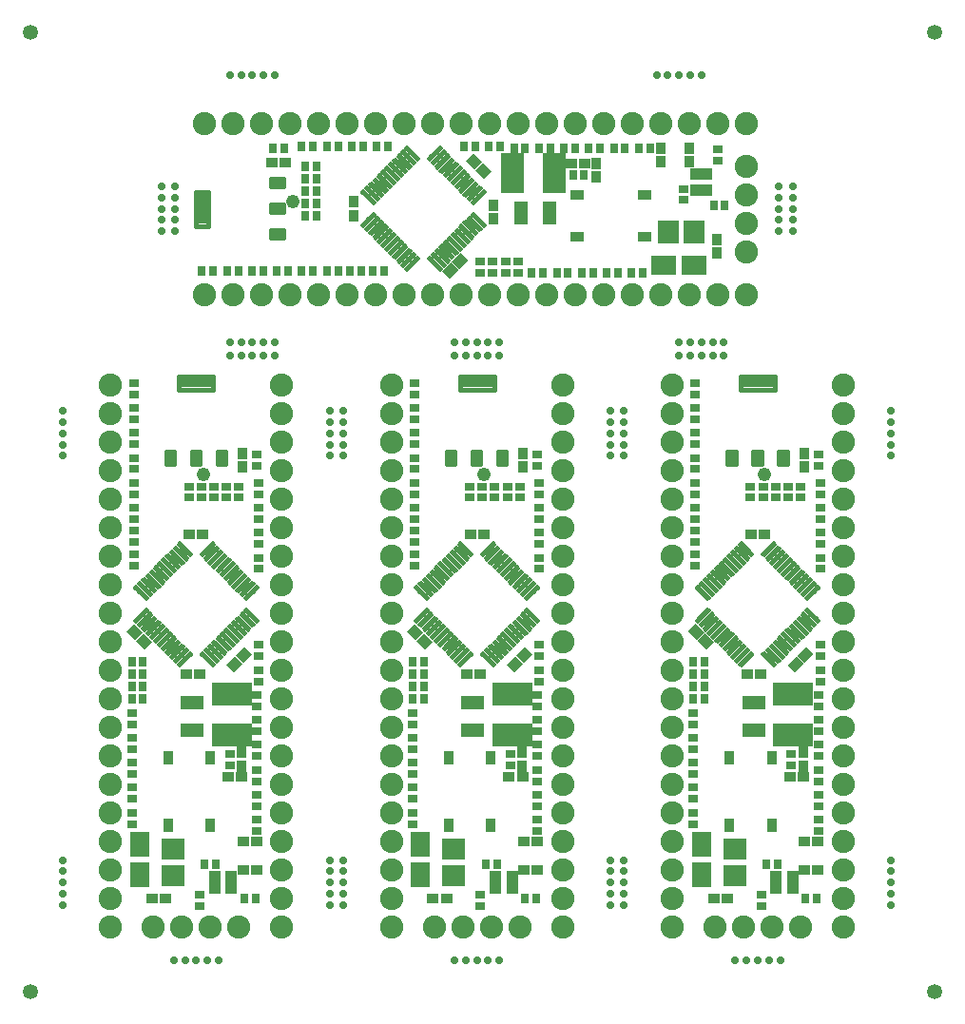
<source format=gbr>
G04 EAGLE Gerber RS-274X export*
G75*
%MOMM*%
%FSLAX34Y34*%
%LPD*%
%INSoldermask Top*%
%IPPOS*%
%AMOC8*
5,1,8,0,0,1.08239X$1,22.5*%
G01*
%ADD10C,1.350000*%
%ADD11C,0.700000*%
%ADD12C,2.072637*%
%ADD13C,0.340800*%
%ADD14R,0.900000X0.800000*%
%ADD15R,0.800000X0.900000*%
%ADD16C,0.339000*%
%ADD17C,0.455878*%
%ADD18R,0.950000X1.200000*%
%ADD19R,0.940000X1.125000*%
%ADD20R,2.110000X1.860000*%
%ADD21R,1.800000X2.250000*%
%ADD22R,1.125000X0.940000*%
%ADD23R,2.000000X1.200000*%
%ADD24R,3.640000X2.040000*%
%ADD25R,1.000000X1.000000*%
%ADD26R,1.200000X0.950000*%
%ADD27R,1.860000X2.110000*%
%ADD28R,2.250000X1.800000*%
%ADD29R,1.200000X2.000000*%
%ADD30R,2.040000X3.640000*%
%ADD31C,1.224000*%


D10*
X772500Y822500D03*
X-32500Y822500D03*
X-32500Y-32500D03*
X772500Y-32500D03*
D11*
X-4000Y445000D03*
X-4000Y455000D03*
X-4000Y465000D03*
X-4000Y475000D03*
X-4000Y485000D03*
X-4000Y45000D03*
X-4000Y55000D03*
X-4000Y65000D03*
X-4000Y75000D03*
X-4000Y85000D03*
X145000Y784000D03*
X155000Y784000D03*
X165000Y784000D03*
X175000Y784000D03*
X185000Y784000D03*
X525000Y784000D03*
X535000Y784000D03*
X545000Y784000D03*
X555000Y784000D03*
X565000Y784000D03*
X734000Y485000D03*
X734000Y475000D03*
X734000Y465000D03*
X734000Y455000D03*
X734000Y445000D03*
X734000Y85000D03*
X734000Y75000D03*
X734000Y65000D03*
X734000Y55000D03*
X734000Y45000D03*
X635000Y-4000D03*
X625000Y-4000D03*
X615000Y-4000D03*
X605000Y-4000D03*
X595000Y-4000D03*
X385000Y-4000D03*
X375000Y-4000D03*
X365000Y-4000D03*
X355000Y-4000D03*
X345000Y-4000D03*
X135000Y-4000D03*
X125000Y-4000D03*
X115000Y-4000D03*
X105000Y-4000D03*
X95000Y-4000D03*
X345000Y534000D03*
X355000Y534000D03*
X365000Y534000D03*
X375000Y534000D03*
X385000Y534000D03*
X345000Y546000D03*
X355000Y546000D03*
X365000Y546000D03*
X375000Y546000D03*
X385000Y546000D03*
X145000Y534000D03*
X155000Y534000D03*
X165000Y534000D03*
X175000Y534000D03*
X185000Y534000D03*
X145000Y546000D03*
X155000Y546000D03*
X165000Y546000D03*
X175000Y546000D03*
X185000Y546000D03*
X545000Y534000D03*
X555000Y534000D03*
X565000Y534000D03*
X575000Y534000D03*
X585000Y534000D03*
X545000Y546000D03*
X555000Y546000D03*
X565000Y546000D03*
X575000Y546000D03*
X585000Y546000D03*
X246000Y445000D03*
X246000Y455000D03*
X246000Y465000D03*
X246000Y475000D03*
X246000Y485000D03*
X234000Y445000D03*
X234000Y455000D03*
X234000Y465000D03*
X234000Y475000D03*
X234000Y485000D03*
X496000Y445000D03*
X496000Y455000D03*
X496000Y465000D03*
X496000Y475000D03*
X496000Y485000D03*
X484000Y445000D03*
X484000Y455000D03*
X484000Y465000D03*
X484000Y475000D03*
X484000Y485000D03*
X246000Y45000D03*
X246000Y55000D03*
X246000Y65000D03*
X246000Y75000D03*
X246000Y85000D03*
X234000Y45000D03*
X234000Y55000D03*
X234000Y65000D03*
X234000Y75000D03*
X234000Y85000D03*
X496000Y45000D03*
X496000Y55000D03*
X496000Y65000D03*
X496000Y75000D03*
X496000Y85000D03*
X484000Y45000D03*
X484000Y55000D03*
X484000Y65000D03*
X484000Y75000D03*
X484000Y85000D03*
X646000Y645000D03*
X646000Y655000D03*
X646000Y665000D03*
X646000Y675000D03*
X646000Y685000D03*
X634000Y645000D03*
X634000Y655000D03*
X634000Y665000D03*
X634000Y675000D03*
X634000Y685000D03*
X96000Y645000D03*
X96000Y655000D03*
X96000Y665000D03*
X96000Y675000D03*
X96000Y685000D03*
X84000Y645000D03*
X84000Y655000D03*
X84000Y665000D03*
X84000Y675000D03*
X84000Y685000D03*
D12*
X38811Y25400D03*
X38811Y50800D03*
X38811Y76200D03*
X38811Y101600D03*
X38811Y127000D03*
X38811Y152400D03*
X38811Y177800D03*
X38811Y203200D03*
X38811Y228600D03*
X38811Y254000D03*
X38811Y279400D03*
X38811Y304800D03*
X38811Y330200D03*
X38811Y355600D03*
X38811Y381000D03*
X38811Y406400D03*
X38811Y431800D03*
X38811Y457200D03*
X38811Y482600D03*
X38811Y508000D03*
X191211Y25400D03*
X191211Y50800D03*
X191211Y76200D03*
X191211Y101600D03*
X191211Y127000D03*
X191211Y152400D03*
X191211Y177800D03*
X191211Y203200D03*
X191211Y228600D03*
X191211Y254000D03*
X191211Y279400D03*
X191211Y304800D03*
X191211Y330200D03*
X191211Y355600D03*
X191211Y381000D03*
X191211Y406400D03*
X191211Y431800D03*
X191211Y457200D03*
X191211Y482600D03*
X191211Y508000D03*
X76911Y25400D03*
X102311Y25400D03*
X127711Y25400D03*
X153111Y25400D03*
D13*
X119614Y268148D02*
X120598Y269132D01*
X130632Y259098D01*
X129648Y258114D01*
X119614Y268148D01*
X126410Y261352D02*
X128378Y261352D01*
X125140Y264590D02*
X123172Y264590D01*
X121902Y267828D02*
X119934Y267828D01*
X123149Y271683D02*
X124133Y272667D01*
X134167Y262633D01*
X133183Y261649D01*
X123149Y271683D01*
X129945Y264887D02*
X131913Y264887D01*
X128675Y268125D02*
X126707Y268125D01*
X125437Y271363D02*
X123469Y271363D01*
X126685Y275219D02*
X127669Y276203D01*
X137703Y266169D01*
X136719Y265185D01*
X126685Y275219D01*
X133481Y268423D02*
X135449Y268423D01*
X132211Y271661D02*
X130243Y271661D01*
X128973Y274899D02*
X127005Y274899D01*
X130220Y278754D02*
X131204Y279738D01*
X141238Y269704D01*
X140254Y268720D01*
X130220Y278754D01*
X137016Y271958D02*
X138984Y271958D01*
X135746Y275196D02*
X133778Y275196D01*
X132508Y278434D02*
X130540Y278434D01*
X133756Y282290D02*
X134740Y283274D01*
X144774Y273240D01*
X143790Y272256D01*
X133756Y282290D01*
X140552Y275494D02*
X142520Y275494D01*
X139282Y278732D02*
X137314Y278732D01*
X136044Y281970D02*
X134076Y281970D01*
X137291Y285825D02*
X138275Y286809D01*
X148309Y276775D01*
X147325Y275791D01*
X137291Y285825D01*
X144087Y279029D02*
X146055Y279029D01*
X142817Y282267D02*
X140849Y282267D01*
X139579Y285505D02*
X137611Y285505D01*
X140827Y289361D02*
X141811Y290345D01*
X151845Y280311D01*
X150861Y279327D01*
X140827Y289361D01*
X147623Y282565D02*
X149591Y282565D01*
X146353Y285803D02*
X144385Y285803D01*
X143115Y289041D02*
X141147Y289041D01*
X144363Y292896D02*
X145347Y293880D01*
X155381Y283846D01*
X154397Y282862D01*
X144363Y292896D01*
X151159Y286100D02*
X153127Y286100D01*
X149889Y289338D02*
X147921Y289338D01*
X146651Y292576D02*
X144683Y292576D01*
X147898Y296432D02*
X148882Y297416D01*
X158916Y287382D01*
X157932Y286398D01*
X147898Y296432D01*
X154694Y289636D02*
X156662Y289636D01*
X153424Y292874D02*
X151456Y292874D01*
X150186Y296112D02*
X148218Y296112D01*
X151434Y299967D02*
X152418Y300951D01*
X162452Y290917D01*
X161468Y289933D01*
X151434Y299967D01*
X158230Y293171D02*
X160198Y293171D01*
X156960Y296409D02*
X154992Y296409D01*
X153722Y299647D02*
X151754Y299647D01*
X154969Y303503D02*
X155953Y304487D01*
X165987Y294453D01*
X165003Y293469D01*
X154969Y303503D01*
X161765Y296707D02*
X163733Y296707D01*
X160495Y299945D02*
X158527Y299945D01*
X157257Y303183D02*
X155289Y303183D01*
X158505Y307038D02*
X159489Y308022D01*
X169523Y297988D01*
X168539Y297004D01*
X158505Y307038D01*
X165301Y300242D02*
X167269Y300242D01*
X164031Y303480D02*
X162063Y303480D01*
X160793Y306718D02*
X158825Y306718D01*
X169523Y327262D02*
X168539Y328246D01*
X169523Y327262D02*
X159489Y317228D01*
X158505Y318212D01*
X168539Y328246D01*
X162727Y320466D02*
X160759Y320466D01*
X163997Y323704D02*
X165965Y323704D01*
X167235Y326942D02*
X169203Y326942D01*
X165987Y330797D02*
X165003Y331781D01*
X165987Y330797D02*
X155953Y320763D01*
X154969Y321747D01*
X165003Y331781D01*
X159191Y324001D02*
X157223Y324001D01*
X160461Y327239D02*
X162429Y327239D01*
X163699Y330477D02*
X165667Y330477D01*
X162452Y334333D02*
X161468Y335317D01*
X162452Y334333D02*
X152418Y324299D01*
X151434Y325283D01*
X161468Y335317D01*
X155656Y327537D02*
X153688Y327537D01*
X156926Y330775D02*
X158894Y330775D01*
X160164Y334013D02*
X162132Y334013D01*
X158916Y337868D02*
X157932Y338852D01*
X158916Y337868D02*
X148882Y327834D01*
X147898Y328818D01*
X157932Y338852D01*
X152120Y331072D02*
X150152Y331072D01*
X153390Y334310D02*
X155358Y334310D01*
X156628Y337548D02*
X158596Y337548D01*
X155381Y341404D02*
X154397Y342388D01*
X155381Y341404D02*
X145347Y331370D01*
X144363Y332354D01*
X154397Y342388D01*
X148585Y334608D02*
X146617Y334608D01*
X149855Y337846D02*
X151823Y337846D01*
X153093Y341084D02*
X155061Y341084D01*
X151845Y344939D02*
X150861Y345923D01*
X151845Y344939D02*
X141811Y334905D01*
X140827Y335889D01*
X150861Y345923D01*
X145049Y338143D02*
X143081Y338143D01*
X146319Y341381D02*
X148287Y341381D01*
X149557Y344619D02*
X151525Y344619D01*
X148309Y348475D02*
X147325Y349459D01*
X148309Y348475D02*
X138275Y338441D01*
X137291Y339425D01*
X147325Y349459D01*
X141513Y341679D02*
X139545Y341679D01*
X142783Y344917D02*
X144751Y344917D01*
X146021Y348155D02*
X147989Y348155D01*
X144774Y352010D02*
X143790Y352994D01*
X144774Y352010D02*
X134740Y341976D01*
X133756Y342960D01*
X143790Y352994D01*
X137978Y345214D02*
X136010Y345214D01*
X139248Y348452D02*
X141216Y348452D01*
X142486Y351690D02*
X144454Y351690D01*
X141238Y355546D02*
X140254Y356530D01*
X141238Y355546D02*
X131204Y345512D01*
X130220Y346496D01*
X140254Y356530D01*
X134442Y348750D02*
X132474Y348750D01*
X135712Y351988D02*
X137680Y351988D01*
X138950Y355226D02*
X140918Y355226D01*
X137703Y359081D02*
X136719Y360065D01*
X137703Y359081D02*
X127669Y349047D01*
X126685Y350031D01*
X136719Y360065D01*
X130907Y352285D02*
X128939Y352285D01*
X132177Y355523D02*
X134145Y355523D01*
X135415Y358761D02*
X137383Y358761D01*
X134167Y362617D02*
X133183Y363601D01*
X134167Y362617D02*
X124133Y352583D01*
X123149Y353567D01*
X133183Y363601D01*
X127371Y355821D02*
X125403Y355821D01*
X128641Y359059D02*
X130609Y359059D01*
X131879Y362297D02*
X133847Y362297D01*
X130632Y366152D02*
X129648Y367136D01*
X130632Y366152D02*
X120598Y356118D01*
X119614Y357102D01*
X129648Y367136D01*
X123836Y359356D02*
X121868Y359356D01*
X125106Y362594D02*
X127074Y362594D01*
X128344Y365832D02*
X130312Y365832D01*
X100375Y367136D02*
X99391Y366152D01*
X100375Y367136D02*
X110409Y357102D01*
X109425Y356118D01*
X99391Y366152D01*
X106187Y359356D02*
X108155Y359356D01*
X104917Y362594D02*
X102949Y362594D01*
X101679Y365832D02*
X99711Y365832D01*
X96839Y363601D02*
X95855Y362617D01*
X96839Y363601D02*
X106873Y353567D01*
X105889Y352583D01*
X95855Y362617D01*
X102651Y355821D02*
X104619Y355821D01*
X101381Y359059D02*
X99413Y359059D01*
X98143Y362297D02*
X96175Y362297D01*
X93303Y360065D02*
X92319Y359081D01*
X93303Y360065D02*
X103337Y350031D01*
X102353Y349047D01*
X92319Y359081D01*
X99115Y352285D02*
X101083Y352285D01*
X97845Y355523D02*
X95877Y355523D01*
X94607Y358761D02*
X92639Y358761D01*
X89768Y356530D02*
X88784Y355546D01*
X89768Y356530D02*
X99802Y346496D01*
X98818Y345512D01*
X88784Y355546D01*
X95580Y348750D02*
X97548Y348750D01*
X94310Y351988D02*
X92342Y351988D01*
X91072Y355226D02*
X89104Y355226D01*
X86232Y352994D02*
X85248Y352010D01*
X86232Y352994D02*
X96266Y342960D01*
X95282Y341976D01*
X85248Y352010D01*
X92044Y345214D02*
X94012Y345214D01*
X90774Y348452D02*
X88806Y348452D01*
X87536Y351690D02*
X85568Y351690D01*
X82697Y349459D02*
X81713Y348475D01*
X82697Y349459D02*
X92731Y339425D01*
X91747Y338441D01*
X81713Y348475D01*
X88509Y341679D02*
X90477Y341679D01*
X87239Y344917D02*
X85271Y344917D01*
X84001Y348155D02*
X82033Y348155D01*
X79161Y345923D02*
X78177Y344939D01*
X79161Y345923D02*
X89195Y335889D01*
X88211Y334905D01*
X78177Y344939D01*
X84973Y338143D02*
X86941Y338143D01*
X83703Y341381D02*
X81735Y341381D01*
X80465Y344619D02*
X78497Y344619D01*
X75626Y342388D02*
X74642Y341404D01*
X75626Y342388D02*
X85660Y332354D01*
X84676Y331370D01*
X74642Y341404D01*
X81438Y334608D02*
X83406Y334608D01*
X80168Y337846D02*
X78200Y337846D01*
X76930Y341084D02*
X74962Y341084D01*
X72090Y338852D02*
X71106Y337868D01*
X72090Y338852D02*
X82124Y328818D01*
X81140Y327834D01*
X71106Y337868D01*
X77902Y331072D02*
X79870Y331072D01*
X76632Y334310D02*
X74664Y334310D01*
X73394Y337548D02*
X71426Y337548D01*
X68555Y335317D02*
X67571Y334333D01*
X68555Y335317D02*
X78589Y325283D01*
X77605Y324299D01*
X67571Y334333D01*
X74367Y327537D02*
X76335Y327537D01*
X73097Y330775D02*
X71129Y330775D01*
X69859Y334013D02*
X67891Y334013D01*
X65019Y331781D02*
X64035Y330797D01*
X65019Y331781D02*
X75053Y321747D01*
X74069Y320763D01*
X64035Y330797D01*
X70831Y324001D02*
X72799Y324001D01*
X69561Y327239D02*
X67593Y327239D01*
X66323Y330477D02*
X64355Y330477D01*
X61484Y328246D02*
X60500Y327262D01*
X61484Y328246D02*
X71518Y318212D01*
X70534Y317228D01*
X60500Y327262D01*
X67296Y320466D02*
X69264Y320466D01*
X66026Y323704D02*
X64058Y323704D01*
X62788Y326942D02*
X60820Y326942D01*
X70534Y308022D02*
X71518Y307038D01*
X61484Y297004D01*
X60500Y297988D01*
X70534Y308022D01*
X64722Y300242D02*
X62754Y300242D01*
X65992Y303480D02*
X67960Y303480D01*
X69230Y306718D02*
X71198Y306718D01*
X74069Y304487D02*
X75053Y303503D01*
X65019Y293469D01*
X64035Y294453D01*
X74069Y304487D01*
X68257Y296707D02*
X66289Y296707D01*
X69527Y299945D02*
X71495Y299945D01*
X72765Y303183D02*
X74733Y303183D01*
X77605Y300951D02*
X78589Y299967D01*
X68555Y289933D01*
X67571Y290917D01*
X77605Y300951D01*
X71793Y293171D02*
X69825Y293171D01*
X73063Y296409D02*
X75031Y296409D01*
X76301Y299647D02*
X78269Y299647D01*
X81140Y297416D02*
X82124Y296432D01*
X72090Y286398D01*
X71106Y287382D01*
X81140Y297416D01*
X75328Y289636D02*
X73360Y289636D01*
X76598Y292874D02*
X78566Y292874D01*
X79836Y296112D02*
X81804Y296112D01*
X84676Y293880D02*
X85660Y292896D01*
X75626Y282862D01*
X74642Y283846D01*
X84676Y293880D01*
X78864Y286100D02*
X76896Y286100D01*
X80134Y289338D02*
X82102Y289338D01*
X83372Y292576D02*
X85340Y292576D01*
X88211Y290345D02*
X89195Y289361D01*
X79161Y279327D01*
X78177Y280311D01*
X88211Y290345D01*
X82399Y282565D02*
X80431Y282565D01*
X83669Y285803D02*
X85637Y285803D01*
X86907Y289041D02*
X88875Y289041D01*
X91747Y286809D02*
X92731Y285825D01*
X82697Y275791D01*
X81713Y276775D01*
X91747Y286809D01*
X85935Y279029D02*
X83967Y279029D01*
X87205Y282267D02*
X89173Y282267D01*
X90443Y285505D02*
X92411Y285505D01*
X95282Y283274D02*
X96266Y282290D01*
X86232Y272256D01*
X85248Y273240D01*
X95282Y283274D01*
X89470Y275494D02*
X87502Y275494D01*
X90740Y278732D02*
X92708Y278732D01*
X93978Y281970D02*
X95946Y281970D01*
X98818Y279738D02*
X99802Y278754D01*
X89768Y268720D01*
X88784Y269704D01*
X98818Y279738D01*
X93006Y271958D02*
X91038Y271958D01*
X94276Y275196D02*
X96244Y275196D01*
X97514Y278434D02*
X99482Y278434D01*
X102353Y276203D02*
X103337Y275219D01*
X93303Y265185D01*
X92319Y266169D01*
X102353Y276203D01*
X96541Y268423D02*
X94573Y268423D01*
X97811Y271661D02*
X99779Y271661D01*
X101049Y274899D02*
X103017Y274899D01*
X105889Y272667D02*
X106873Y271683D01*
X96839Y261649D01*
X95855Y262633D01*
X105889Y272667D01*
X100077Y264887D02*
X98109Y264887D01*
X101347Y268125D02*
X103315Y268125D01*
X104585Y271363D02*
X106553Y271363D01*
X109425Y269132D02*
X110409Y268148D01*
X100375Y258114D01*
X99391Y259098D01*
X109425Y269132D01*
X103613Y261352D02*
X101645Y261352D01*
X104883Y264590D02*
X106851Y264590D01*
X108121Y267828D02*
X110089Y267828D01*
D14*
X170574Y354250D03*
X170574Y344250D03*
X170574Y376475D03*
X170574Y366475D03*
D15*
X67624Y239713D03*
X57624Y239713D03*
X67624Y228600D03*
X57624Y228600D03*
D14*
X57861Y216138D03*
X57861Y206138D03*
X57861Y193913D03*
X57861Y183913D03*
X57861Y171688D03*
X57861Y161688D03*
X57861Y149463D03*
X57861Y139463D03*
X57861Y127238D03*
X57861Y117238D03*
X170574Y398700D03*
X170574Y388700D03*
X170574Y410925D03*
X170574Y420925D03*
X59449Y499825D03*
X59449Y509825D03*
X59449Y477600D03*
X59449Y487600D03*
X59449Y455375D03*
X59449Y465375D03*
X59449Y433150D03*
X59449Y443150D03*
X168986Y110888D03*
X168986Y120888D03*
X168986Y133113D03*
X168986Y143113D03*
X168986Y155338D03*
X168986Y165338D03*
X168986Y177563D03*
X168986Y187563D03*
X168986Y199788D03*
X168986Y209788D03*
X168986Y232013D03*
X168986Y222013D03*
X170574Y254238D03*
X170574Y244238D03*
X170574Y276463D03*
X170574Y266463D03*
X59449Y420925D03*
X59449Y410925D03*
X59449Y388700D03*
X59449Y398700D03*
X59449Y368063D03*
X59449Y378063D03*
X59449Y347425D03*
X59449Y357425D03*
D15*
X57624Y261938D03*
X67624Y261938D03*
D14*
X118186Y44213D03*
X118186Y54213D03*
D15*
X57624Y250825D03*
X67624Y250825D03*
D16*
X88156Y436945D02*
X96066Y436945D01*
X88156Y436945D02*
X88156Y448655D01*
X96066Y448655D01*
X96066Y436945D01*
X96066Y440165D02*
X88156Y440165D01*
X88156Y443385D02*
X96066Y443385D01*
X96066Y446605D02*
X88156Y446605D01*
X111056Y436945D02*
X118966Y436945D01*
X111056Y436945D02*
X111056Y448655D01*
X118966Y448655D01*
X118966Y436945D01*
X118966Y440165D02*
X111056Y440165D01*
X111056Y443385D02*
X118966Y443385D01*
X118966Y446605D02*
X111056Y446605D01*
X133956Y436945D02*
X141866Y436945D01*
X133956Y436945D02*
X133956Y448655D01*
X141866Y448655D01*
X141866Y436945D01*
X141866Y440165D02*
X133956Y440165D01*
X133956Y443385D02*
X141866Y443385D01*
X141866Y446605D02*
X133956Y446605D01*
D17*
X130242Y504119D02*
X99780Y504119D01*
X99780Y515281D01*
X130242Y515281D01*
X130242Y504119D01*
X130242Y508450D02*
X99780Y508450D01*
X99780Y512781D02*
X130242Y512781D01*
D14*
X130886Y407750D03*
X130886Y417750D03*
X153111Y417750D03*
X153111Y407750D03*
D18*
X89911Y176050D03*
X89911Y116050D03*
X127411Y116050D03*
X127411Y176050D03*
D19*
X156286Y435325D03*
X156286Y447325D03*
D14*
X168986Y446325D03*
X168986Y436325D03*
D20*
X94374Y71435D03*
X94374Y94935D03*
D21*
X64846Y99158D03*
X64846Y71658D03*
D14*
X141999Y407750D03*
X141999Y417750D03*
X119774Y407750D03*
X119774Y417750D03*
X108661Y407750D03*
X108661Y417750D03*
D22*
X121011Y374650D03*
X109011Y374650D03*
X106027Y250571D03*
X118027Y250571D03*
G36*
X156169Y259936D02*
X148215Y251982D01*
X141569Y258628D01*
X149523Y266582D01*
X156169Y259936D01*
G37*
G36*
X164654Y268422D02*
X156700Y260468D01*
X150054Y267114D01*
X158008Y275068D01*
X164654Y268422D01*
G37*
G36*
X67800Y287220D02*
X75754Y279266D01*
X69108Y272620D01*
X61154Y280574D01*
X67800Y287220D01*
G37*
G36*
X59315Y295705D02*
X67269Y287751D01*
X60623Y281105D01*
X52669Y289059D01*
X59315Y295705D01*
G37*
X75801Y51181D03*
X87801Y51181D03*
X155555Y159068D03*
X143555Y159068D03*
D23*
X111455Y200416D03*
X111455Y225416D03*
D24*
X146825Y196003D03*
X146825Y233003D03*
D19*
X155397Y180879D03*
X155397Y168879D03*
D14*
X144793Y179498D03*
X144793Y169498D03*
D22*
X168636Y76200D03*
X156636Y76200D03*
X156636Y101600D03*
X168636Y101600D03*
D25*
X146324Y69850D03*
X131324Y69850D03*
X146324Y60325D03*
X131324Y60325D03*
D15*
X132711Y80963D03*
X122711Y80963D03*
X167636Y50800D03*
X157636Y50800D03*
D12*
X288823Y25400D03*
X288823Y50800D03*
X288823Y76200D03*
X288823Y101600D03*
X288823Y127000D03*
X288823Y152400D03*
X288823Y177800D03*
X288823Y203200D03*
X288823Y228600D03*
X288823Y254000D03*
X288823Y279400D03*
X288823Y304800D03*
X288823Y330200D03*
X288823Y355600D03*
X288823Y381000D03*
X288823Y406400D03*
X288823Y431800D03*
X288823Y457200D03*
X288823Y482600D03*
X288823Y508000D03*
X441223Y25400D03*
X441223Y50800D03*
X441223Y76200D03*
X441223Y101600D03*
X441223Y127000D03*
X441223Y152400D03*
X441223Y177800D03*
X441223Y203200D03*
X441223Y228600D03*
X441223Y254000D03*
X441223Y279400D03*
X441223Y304800D03*
X441223Y330200D03*
X441223Y355600D03*
X441223Y381000D03*
X441223Y406400D03*
X441223Y431800D03*
X441223Y457200D03*
X441223Y482600D03*
X441223Y508000D03*
X326923Y25400D03*
X352323Y25400D03*
X377723Y25400D03*
X403123Y25400D03*
D13*
X369626Y268148D02*
X370610Y269132D01*
X380644Y259098D01*
X379660Y258114D01*
X369626Y268148D01*
X376422Y261352D02*
X378390Y261352D01*
X375152Y264590D02*
X373184Y264590D01*
X371914Y267828D02*
X369946Y267828D01*
X373162Y271683D02*
X374146Y272667D01*
X384180Y262633D01*
X383196Y261649D01*
X373162Y271683D01*
X379958Y264887D02*
X381926Y264887D01*
X378688Y268125D02*
X376720Y268125D01*
X375450Y271363D02*
X373482Y271363D01*
X376697Y275219D02*
X377681Y276203D01*
X387715Y266169D01*
X386731Y265185D01*
X376697Y275219D01*
X383493Y268423D02*
X385461Y268423D01*
X382223Y271661D02*
X380255Y271661D01*
X378985Y274899D02*
X377017Y274899D01*
X380233Y278754D02*
X381217Y279738D01*
X391251Y269704D01*
X390267Y268720D01*
X380233Y278754D01*
X387029Y271958D02*
X388997Y271958D01*
X385759Y275196D02*
X383791Y275196D01*
X382521Y278434D02*
X380553Y278434D01*
X383768Y282290D02*
X384752Y283274D01*
X394786Y273240D01*
X393802Y272256D01*
X383768Y282290D01*
X390564Y275494D02*
X392532Y275494D01*
X389294Y278732D02*
X387326Y278732D01*
X386056Y281970D02*
X384088Y281970D01*
X387304Y285825D02*
X388288Y286809D01*
X398322Y276775D01*
X397338Y275791D01*
X387304Y285825D01*
X394100Y279029D02*
X396068Y279029D01*
X392830Y282267D02*
X390862Y282267D01*
X389592Y285505D02*
X387624Y285505D01*
X390839Y289361D02*
X391823Y290345D01*
X401857Y280311D01*
X400873Y279327D01*
X390839Y289361D01*
X397635Y282565D02*
X399603Y282565D01*
X396365Y285803D02*
X394397Y285803D01*
X393127Y289041D02*
X391159Y289041D01*
X394375Y292896D02*
X395359Y293880D01*
X405393Y283846D01*
X404409Y282862D01*
X394375Y292896D01*
X401171Y286100D02*
X403139Y286100D01*
X399901Y289338D02*
X397933Y289338D01*
X396663Y292576D02*
X394695Y292576D01*
X397910Y296432D02*
X398894Y297416D01*
X408928Y287382D01*
X407944Y286398D01*
X397910Y296432D01*
X404706Y289636D02*
X406674Y289636D01*
X403436Y292874D02*
X401468Y292874D01*
X400198Y296112D02*
X398230Y296112D01*
X401446Y299967D02*
X402430Y300951D01*
X412464Y290917D01*
X411480Y289933D01*
X401446Y299967D01*
X408242Y293171D02*
X410210Y293171D01*
X406972Y296409D02*
X405004Y296409D01*
X403734Y299647D02*
X401766Y299647D01*
X404981Y303503D02*
X405965Y304487D01*
X415999Y294453D01*
X415015Y293469D01*
X404981Y303503D01*
X411777Y296707D02*
X413745Y296707D01*
X410507Y299945D02*
X408539Y299945D01*
X407269Y303183D02*
X405301Y303183D01*
X408517Y307038D02*
X409501Y308022D01*
X419535Y297988D01*
X418551Y297004D01*
X408517Y307038D01*
X415313Y300242D02*
X417281Y300242D01*
X414043Y303480D02*
X412075Y303480D01*
X410805Y306718D02*
X408837Y306718D01*
X419535Y327262D02*
X418551Y328246D01*
X419535Y327262D02*
X409501Y317228D01*
X408517Y318212D01*
X418551Y328246D01*
X412739Y320466D02*
X410771Y320466D01*
X414009Y323704D02*
X415977Y323704D01*
X417247Y326942D02*
X419215Y326942D01*
X415999Y330797D02*
X415015Y331781D01*
X415999Y330797D02*
X405965Y320763D01*
X404981Y321747D01*
X415015Y331781D01*
X409203Y324001D02*
X407235Y324001D01*
X410473Y327239D02*
X412441Y327239D01*
X413711Y330477D02*
X415679Y330477D01*
X412464Y334333D02*
X411480Y335317D01*
X412464Y334333D02*
X402430Y324299D01*
X401446Y325283D01*
X411480Y335317D01*
X405668Y327537D02*
X403700Y327537D01*
X406938Y330775D02*
X408906Y330775D01*
X410176Y334013D02*
X412144Y334013D01*
X408928Y337868D02*
X407944Y338852D01*
X408928Y337868D02*
X398894Y327834D01*
X397910Y328818D01*
X407944Y338852D01*
X402132Y331072D02*
X400164Y331072D01*
X403402Y334310D02*
X405370Y334310D01*
X406640Y337548D02*
X408608Y337548D01*
X405393Y341404D02*
X404409Y342388D01*
X405393Y341404D02*
X395359Y331370D01*
X394375Y332354D01*
X404409Y342388D01*
X398597Y334608D02*
X396629Y334608D01*
X399867Y337846D02*
X401835Y337846D01*
X403105Y341084D02*
X405073Y341084D01*
X401857Y344939D02*
X400873Y345923D01*
X401857Y344939D02*
X391823Y334905D01*
X390839Y335889D01*
X400873Y345923D01*
X395061Y338143D02*
X393093Y338143D01*
X396331Y341381D02*
X398299Y341381D01*
X399569Y344619D02*
X401537Y344619D01*
X398322Y348475D02*
X397338Y349459D01*
X398322Y348475D02*
X388288Y338441D01*
X387304Y339425D01*
X397338Y349459D01*
X391526Y341679D02*
X389558Y341679D01*
X392796Y344917D02*
X394764Y344917D01*
X396034Y348155D02*
X398002Y348155D01*
X394786Y352010D02*
X393802Y352994D01*
X394786Y352010D02*
X384752Y341976D01*
X383768Y342960D01*
X393802Y352994D01*
X387990Y345214D02*
X386022Y345214D01*
X389260Y348452D02*
X391228Y348452D01*
X392498Y351690D02*
X394466Y351690D01*
X391251Y355546D02*
X390267Y356530D01*
X391251Y355546D02*
X381217Y345512D01*
X380233Y346496D01*
X390267Y356530D01*
X384455Y348750D02*
X382487Y348750D01*
X385725Y351988D02*
X387693Y351988D01*
X388963Y355226D02*
X390931Y355226D01*
X387715Y359081D02*
X386731Y360065D01*
X387715Y359081D02*
X377681Y349047D01*
X376697Y350031D01*
X386731Y360065D01*
X380919Y352285D02*
X378951Y352285D01*
X382189Y355523D02*
X384157Y355523D01*
X385427Y358761D02*
X387395Y358761D01*
X384180Y362617D02*
X383196Y363601D01*
X384180Y362617D02*
X374146Y352583D01*
X373162Y353567D01*
X383196Y363601D01*
X377384Y355821D02*
X375416Y355821D01*
X378654Y359059D02*
X380622Y359059D01*
X381892Y362297D02*
X383860Y362297D01*
X380644Y366152D02*
X379660Y367136D01*
X380644Y366152D02*
X370610Y356118D01*
X369626Y357102D01*
X379660Y367136D01*
X373848Y359356D02*
X371880Y359356D01*
X375118Y362594D02*
X377086Y362594D01*
X378356Y365832D02*
X380324Y365832D01*
X350387Y367136D02*
X349403Y366152D01*
X350387Y367136D02*
X360421Y357102D01*
X359437Y356118D01*
X349403Y366152D01*
X356199Y359356D02*
X358167Y359356D01*
X354929Y362594D02*
X352961Y362594D01*
X351691Y365832D02*
X349723Y365832D01*
X346851Y363601D02*
X345867Y362617D01*
X346851Y363601D02*
X356885Y353567D01*
X355901Y352583D01*
X345867Y362617D01*
X352663Y355821D02*
X354631Y355821D01*
X351393Y359059D02*
X349425Y359059D01*
X348155Y362297D02*
X346187Y362297D01*
X343316Y360065D02*
X342332Y359081D01*
X343316Y360065D02*
X353350Y350031D01*
X352366Y349047D01*
X342332Y359081D01*
X349128Y352285D02*
X351096Y352285D01*
X347858Y355523D02*
X345890Y355523D01*
X344620Y358761D02*
X342652Y358761D01*
X339780Y356530D02*
X338796Y355546D01*
X339780Y356530D02*
X349814Y346496D01*
X348830Y345512D01*
X338796Y355546D01*
X345592Y348750D02*
X347560Y348750D01*
X344322Y351988D02*
X342354Y351988D01*
X341084Y355226D02*
X339116Y355226D01*
X336245Y352994D02*
X335261Y352010D01*
X336245Y352994D02*
X346279Y342960D01*
X345295Y341976D01*
X335261Y352010D01*
X342057Y345214D02*
X344025Y345214D01*
X340787Y348452D02*
X338819Y348452D01*
X337549Y351690D02*
X335581Y351690D01*
X332709Y349459D02*
X331725Y348475D01*
X332709Y349459D02*
X342743Y339425D01*
X341759Y338441D01*
X331725Y348475D01*
X338521Y341679D02*
X340489Y341679D01*
X337251Y344917D02*
X335283Y344917D01*
X334013Y348155D02*
X332045Y348155D01*
X329174Y345923D02*
X328190Y344939D01*
X329174Y345923D02*
X339208Y335889D01*
X338224Y334905D01*
X328190Y344939D01*
X334986Y338143D02*
X336954Y338143D01*
X333716Y341381D02*
X331748Y341381D01*
X330478Y344619D02*
X328510Y344619D01*
X325638Y342388D02*
X324654Y341404D01*
X325638Y342388D02*
X335672Y332354D01*
X334688Y331370D01*
X324654Y341404D01*
X331450Y334608D02*
X333418Y334608D01*
X330180Y337846D02*
X328212Y337846D01*
X326942Y341084D02*
X324974Y341084D01*
X322102Y338852D02*
X321118Y337868D01*
X322102Y338852D02*
X332136Y328818D01*
X331152Y327834D01*
X321118Y337868D01*
X327914Y331072D02*
X329882Y331072D01*
X326644Y334310D02*
X324676Y334310D01*
X323406Y337548D02*
X321438Y337548D01*
X318567Y335317D02*
X317583Y334333D01*
X318567Y335317D02*
X328601Y325283D01*
X327617Y324299D01*
X317583Y334333D01*
X324379Y327537D02*
X326347Y327537D01*
X323109Y330775D02*
X321141Y330775D01*
X319871Y334013D02*
X317903Y334013D01*
X315031Y331781D02*
X314047Y330797D01*
X315031Y331781D02*
X325065Y321747D01*
X324081Y320763D01*
X314047Y330797D01*
X320843Y324001D02*
X322811Y324001D01*
X319573Y327239D02*
X317605Y327239D01*
X316335Y330477D02*
X314367Y330477D01*
X311496Y328246D02*
X310512Y327262D01*
X311496Y328246D02*
X321530Y318212D01*
X320546Y317228D01*
X310512Y327262D01*
X317308Y320466D02*
X319276Y320466D01*
X316038Y323704D02*
X314070Y323704D01*
X312800Y326942D02*
X310832Y326942D01*
X320546Y308022D02*
X321530Y307038D01*
X311496Y297004D01*
X310512Y297988D01*
X320546Y308022D01*
X314734Y300242D02*
X312766Y300242D01*
X316004Y303480D02*
X317972Y303480D01*
X319242Y306718D02*
X321210Y306718D01*
X324081Y304487D02*
X325065Y303503D01*
X315031Y293469D01*
X314047Y294453D01*
X324081Y304487D01*
X318269Y296707D02*
X316301Y296707D01*
X319539Y299945D02*
X321507Y299945D01*
X322777Y303183D02*
X324745Y303183D01*
X327617Y300951D02*
X328601Y299967D01*
X318567Y289933D01*
X317583Y290917D01*
X327617Y300951D01*
X321805Y293171D02*
X319837Y293171D01*
X323075Y296409D02*
X325043Y296409D01*
X326313Y299647D02*
X328281Y299647D01*
X331152Y297416D02*
X332136Y296432D01*
X322102Y286398D01*
X321118Y287382D01*
X331152Y297416D01*
X325340Y289636D02*
X323372Y289636D01*
X326610Y292874D02*
X328578Y292874D01*
X329848Y296112D02*
X331816Y296112D01*
X334688Y293880D02*
X335672Y292896D01*
X325638Y282862D01*
X324654Y283846D01*
X334688Y293880D01*
X328876Y286100D02*
X326908Y286100D01*
X330146Y289338D02*
X332114Y289338D01*
X333384Y292576D02*
X335352Y292576D01*
X338224Y290345D02*
X339208Y289361D01*
X329174Y279327D01*
X328190Y280311D01*
X338224Y290345D01*
X332412Y282565D02*
X330444Y282565D01*
X333682Y285803D02*
X335650Y285803D01*
X336920Y289041D02*
X338888Y289041D01*
X341759Y286809D02*
X342743Y285825D01*
X332709Y275791D01*
X331725Y276775D01*
X341759Y286809D01*
X335947Y279029D02*
X333979Y279029D01*
X337217Y282267D02*
X339185Y282267D01*
X340455Y285505D02*
X342423Y285505D01*
X345295Y283274D02*
X346279Y282290D01*
X336245Y272256D01*
X335261Y273240D01*
X345295Y283274D01*
X339483Y275494D02*
X337515Y275494D01*
X340753Y278732D02*
X342721Y278732D01*
X343991Y281970D02*
X345959Y281970D01*
X348830Y279738D02*
X349814Y278754D01*
X339780Y268720D01*
X338796Y269704D01*
X348830Y279738D01*
X343018Y271958D02*
X341050Y271958D01*
X344288Y275196D02*
X346256Y275196D01*
X347526Y278434D02*
X349494Y278434D01*
X352366Y276203D02*
X353350Y275219D01*
X343316Y265185D01*
X342332Y266169D01*
X352366Y276203D01*
X346554Y268423D02*
X344586Y268423D01*
X347824Y271661D02*
X349792Y271661D01*
X351062Y274899D02*
X353030Y274899D01*
X355901Y272667D02*
X356885Y271683D01*
X346851Y261649D01*
X345867Y262633D01*
X355901Y272667D01*
X350089Y264887D02*
X348121Y264887D01*
X351359Y268125D02*
X353327Y268125D01*
X354597Y271363D02*
X356565Y271363D01*
X359437Y269132D02*
X360421Y268148D01*
X350387Y258114D01*
X349403Y259098D01*
X359437Y269132D01*
X353625Y261352D02*
X351657Y261352D01*
X354895Y264590D02*
X356863Y264590D01*
X358133Y267828D02*
X360101Y267828D01*
D14*
X420586Y354250D03*
X420586Y344250D03*
X420586Y376475D03*
X420586Y366475D03*
D15*
X317636Y239713D03*
X307636Y239713D03*
X317636Y228600D03*
X307636Y228600D03*
D14*
X307873Y216138D03*
X307873Y206138D03*
X307873Y193913D03*
X307873Y183913D03*
X307873Y171688D03*
X307873Y161688D03*
X307873Y149463D03*
X307873Y139463D03*
X307873Y127238D03*
X307873Y117238D03*
X420586Y398700D03*
X420586Y388700D03*
X420586Y410925D03*
X420586Y420925D03*
X309461Y499825D03*
X309461Y509825D03*
X309461Y477600D03*
X309461Y487600D03*
X309461Y455375D03*
X309461Y465375D03*
X309461Y433150D03*
X309461Y443150D03*
X418998Y110888D03*
X418998Y120888D03*
X418998Y133113D03*
X418998Y143113D03*
X418998Y155338D03*
X418998Y165338D03*
X418998Y177563D03*
X418998Y187563D03*
X418998Y199788D03*
X418998Y209788D03*
X418998Y232013D03*
X418998Y222013D03*
X420586Y254238D03*
X420586Y244238D03*
X420586Y276463D03*
X420586Y266463D03*
X309461Y420925D03*
X309461Y410925D03*
X309461Y388700D03*
X309461Y398700D03*
X309461Y368063D03*
X309461Y378063D03*
X309461Y347425D03*
X309461Y357425D03*
D15*
X307636Y261938D03*
X317636Y261938D03*
D14*
X368198Y44213D03*
X368198Y54213D03*
D15*
X307636Y250825D03*
X317636Y250825D03*
D16*
X338168Y436945D02*
X346078Y436945D01*
X338168Y436945D02*
X338168Y448655D01*
X346078Y448655D01*
X346078Y436945D01*
X346078Y440165D02*
X338168Y440165D01*
X338168Y443385D02*
X346078Y443385D01*
X346078Y446605D02*
X338168Y446605D01*
X361068Y436945D02*
X368978Y436945D01*
X361068Y436945D02*
X361068Y448655D01*
X368978Y448655D01*
X368978Y436945D01*
X368978Y440165D02*
X361068Y440165D01*
X361068Y443385D02*
X368978Y443385D01*
X368978Y446605D02*
X361068Y446605D01*
X383968Y436945D02*
X391878Y436945D01*
X383968Y436945D02*
X383968Y448655D01*
X391878Y448655D01*
X391878Y436945D01*
X391878Y440165D02*
X383968Y440165D01*
X383968Y443385D02*
X391878Y443385D01*
X391878Y446605D02*
X383968Y446605D01*
D17*
X380254Y504119D02*
X349792Y504119D01*
X349792Y515281D01*
X380254Y515281D01*
X380254Y504119D01*
X380254Y508450D02*
X349792Y508450D01*
X349792Y512781D02*
X380254Y512781D01*
D14*
X380898Y407750D03*
X380898Y417750D03*
X403123Y417750D03*
X403123Y407750D03*
D18*
X339923Y176050D03*
X339923Y116050D03*
X377423Y116050D03*
X377423Y176050D03*
D19*
X406298Y435325D03*
X406298Y447325D03*
D14*
X418998Y446325D03*
X418998Y436325D03*
D20*
X344386Y71435D03*
X344386Y94935D03*
D21*
X314858Y99158D03*
X314858Y71658D03*
D14*
X392011Y407750D03*
X392011Y417750D03*
X369786Y407750D03*
X369786Y417750D03*
X358673Y407750D03*
X358673Y417750D03*
D22*
X371023Y374650D03*
X359023Y374650D03*
X356039Y250571D03*
X368039Y250571D03*
G36*
X406181Y259936D02*
X398227Y251982D01*
X391581Y258628D01*
X399535Y266582D01*
X406181Y259936D01*
G37*
G36*
X414666Y268422D02*
X406712Y260468D01*
X400066Y267114D01*
X408020Y275068D01*
X414666Y268422D01*
G37*
G36*
X317812Y287220D02*
X325766Y279266D01*
X319120Y272620D01*
X311166Y280574D01*
X317812Y287220D01*
G37*
G36*
X309327Y295705D02*
X317281Y287751D01*
X310635Y281105D01*
X302681Y289059D01*
X309327Y295705D01*
G37*
X325813Y51181D03*
X337813Y51181D03*
X405567Y159068D03*
X393567Y159068D03*
D23*
X361467Y200416D03*
X361467Y225416D03*
D24*
X396837Y196003D03*
X396837Y233003D03*
D19*
X405409Y180879D03*
X405409Y168879D03*
D14*
X394805Y179498D03*
X394805Y169498D03*
D22*
X418648Y76200D03*
X406648Y76200D03*
X406648Y101600D03*
X418648Y101600D03*
D25*
X396336Y69850D03*
X381336Y69850D03*
X396336Y60325D03*
X381336Y60325D03*
D15*
X382723Y80963D03*
X372723Y80963D03*
X417648Y50800D03*
X407648Y50800D03*
D12*
X538810Y25400D03*
X538810Y50800D03*
X538810Y76200D03*
X538810Y101600D03*
X538810Y127000D03*
X538810Y152400D03*
X538810Y177800D03*
X538810Y203200D03*
X538810Y228600D03*
X538810Y254000D03*
X538810Y279400D03*
X538810Y304800D03*
X538810Y330200D03*
X538810Y355600D03*
X538810Y381000D03*
X538810Y406400D03*
X538810Y431800D03*
X538810Y457200D03*
X538810Y482600D03*
X538810Y508000D03*
X691210Y25400D03*
X691210Y50800D03*
X691210Y76200D03*
X691210Y101600D03*
X691210Y127000D03*
X691210Y152400D03*
X691210Y177800D03*
X691210Y203200D03*
X691210Y228600D03*
X691210Y254000D03*
X691210Y279400D03*
X691210Y304800D03*
X691210Y330200D03*
X691210Y355600D03*
X691210Y381000D03*
X691210Y406400D03*
X691210Y431800D03*
X691210Y457200D03*
X691210Y482600D03*
X691210Y508000D03*
X576910Y25400D03*
X602310Y25400D03*
X627710Y25400D03*
X653110Y25400D03*
D13*
X619613Y268148D02*
X620597Y269132D01*
X630631Y259098D01*
X629647Y258114D01*
X619613Y268148D01*
X626409Y261352D02*
X628377Y261352D01*
X625139Y264590D02*
X623171Y264590D01*
X621901Y267828D02*
X619933Y267828D01*
X623148Y271683D02*
X624132Y272667D01*
X634166Y262633D01*
X633182Y261649D01*
X623148Y271683D01*
X629944Y264887D02*
X631912Y264887D01*
X628674Y268125D02*
X626706Y268125D01*
X625436Y271363D02*
X623468Y271363D01*
X626684Y275219D02*
X627668Y276203D01*
X637702Y266169D01*
X636718Y265185D01*
X626684Y275219D01*
X633480Y268423D02*
X635448Y268423D01*
X632210Y271661D02*
X630242Y271661D01*
X628972Y274899D02*
X627004Y274899D01*
X630219Y278754D02*
X631203Y279738D01*
X641237Y269704D01*
X640253Y268720D01*
X630219Y278754D01*
X637015Y271958D02*
X638983Y271958D01*
X635745Y275196D02*
X633777Y275196D01*
X632507Y278434D02*
X630539Y278434D01*
X633755Y282290D02*
X634739Y283274D01*
X644773Y273240D01*
X643789Y272256D01*
X633755Y282290D01*
X640551Y275494D02*
X642519Y275494D01*
X639281Y278732D02*
X637313Y278732D01*
X636043Y281970D02*
X634075Y281970D01*
X637290Y285825D02*
X638274Y286809D01*
X648308Y276775D01*
X647324Y275791D01*
X637290Y285825D01*
X644086Y279029D02*
X646054Y279029D01*
X642816Y282267D02*
X640848Y282267D01*
X639578Y285505D02*
X637610Y285505D01*
X640826Y289361D02*
X641810Y290345D01*
X651844Y280311D01*
X650860Y279327D01*
X640826Y289361D01*
X647622Y282565D02*
X649590Y282565D01*
X646352Y285803D02*
X644384Y285803D01*
X643114Y289041D02*
X641146Y289041D01*
X644362Y292896D02*
X645346Y293880D01*
X655380Y283846D01*
X654396Y282862D01*
X644362Y292896D01*
X651158Y286100D02*
X653126Y286100D01*
X649888Y289338D02*
X647920Y289338D01*
X646650Y292576D02*
X644682Y292576D01*
X647897Y296432D02*
X648881Y297416D01*
X658915Y287382D01*
X657931Y286398D01*
X647897Y296432D01*
X654693Y289636D02*
X656661Y289636D01*
X653423Y292874D02*
X651455Y292874D01*
X650185Y296112D02*
X648217Y296112D01*
X651433Y299967D02*
X652417Y300951D01*
X662451Y290917D01*
X661467Y289933D01*
X651433Y299967D01*
X658229Y293171D02*
X660197Y293171D01*
X656959Y296409D02*
X654991Y296409D01*
X653721Y299647D02*
X651753Y299647D01*
X654968Y303503D02*
X655952Y304487D01*
X665986Y294453D01*
X665002Y293469D01*
X654968Y303503D01*
X661764Y296707D02*
X663732Y296707D01*
X660494Y299945D02*
X658526Y299945D01*
X657256Y303183D02*
X655288Y303183D01*
X658504Y307038D02*
X659488Y308022D01*
X669522Y297988D01*
X668538Y297004D01*
X658504Y307038D01*
X665300Y300242D02*
X667268Y300242D01*
X664030Y303480D02*
X662062Y303480D01*
X660792Y306718D02*
X658824Y306718D01*
X669522Y327262D02*
X668538Y328246D01*
X669522Y327262D02*
X659488Y317228D01*
X658504Y318212D01*
X668538Y328246D01*
X662726Y320466D02*
X660758Y320466D01*
X663996Y323704D02*
X665964Y323704D01*
X667234Y326942D02*
X669202Y326942D01*
X665986Y330797D02*
X665002Y331781D01*
X665986Y330797D02*
X655952Y320763D01*
X654968Y321747D01*
X665002Y331781D01*
X659190Y324001D02*
X657222Y324001D01*
X660460Y327239D02*
X662428Y327239D01*
X663698Y330477D02*
X665666Y330477D01*
X662451Y334333D02*
X661467Y335317D01*
X662451Y334333D02*
X652417Y324299D01*
X651433Y325283D01*
X661467Y335317D01*
X655655Y327537D02*
X653687Y327537D01*
X656925Y330775D02*
X658893Y330775D01*
X660163Y334013D02*
X662131Y334013D01*
X658915Y337868D02*
X657931Y338852D01*
X658915Y337868D02*
X648881Y327834D01*
X647897Y328818D01*
X657931Y338852D01*
X652119Y331072D02*
X650151Y331072D01*
X653389Y334310D02*
X655357Y334310D01*
X656627Y337548D02*
X658595Y337548D01*
X655380Y341404D02*
X654396Y342388D01*
X655380Y341404D02*
X645346Y331370D01*
X644362Y332354D01*
X654396Y342388D01*
X648584Y334608D02*
X646616Y334608D01*
X649854Y337846D02*
X651822Y337846D01*
X653092Y341084D02*
X655060Y341084D01*
X651844Y344939D02*
X650860Y345923D01*
X651844Y344939D02*
X641810Y334905D01*
X640826Y335889D01*
X650860Y345923D01*
X645048Y338143D02*
X643080Y338143D01*
X646318Y341381D02*
X648286Y341381D01*
X649556Y344619D02*
X651524Y344619D01*
X648308Y348475D02*
X647324Y349459D01*
X648308Y348475D02*
X638274Y338441D01*
X637290Y339425D01*
X647324Y349459D01*
X641512Y341679D02*
X639544Y341679D01*
X642782Y344917D02*
X644750Y344917D01*
X646020Y348155D02*
X647988Y348155D01*
X644773Y352010D02*
X643789Y352994D01*
X644773Y352010D02*
X634739Y341976D01*
X633755Y342960D01*
X643789Y352994D01*
X637977Y345214D02*
X636009Y345214D01*
X639247Y348452D02*
X641215Y348452D01*
X642485Y351690D02*
X644453Y351690D01*
X641237Y355546D02*
X640253Y356530D01*
X641237Y355546D02*
X631203Y345512D01*
X630219Y346496D01*
X640253Y356530D01*
X634441Y348750D02*
X632473Y348750D01*
X635711Y351988D02*
X637679Y351988D01*
X638949Y355226D02*
X640917Y355226D01*
X637702Y359081D02*
X636718Y360065D01*
X637702Y359081D02*
X627668Y349047D01*
X626684Y350031D01*
X636718Y360065D01*
X630906Y352285D02*
X628938Y352285D01*
X632176Y355523D02*
X634144Y355523D01*
X635414Y358761D02*
X637382Y358761D01*
X634166Y362617D02*
X633182Y363601D01*
X634166Y362617D02*
X624132Y352583D01*
X623148Y353567D01*
X633182Y363601D01*
X627370Y355821D02*
X625402Y355821D01*
X628640Y359059D02*
X630608Y359059D01*
X631878Y362297D02*
X633846Y362297D01*
X630631Y366152D02*
X629647Y367136D01*
X630631Y366152D02*
X620597Y356118D01*
X619613Y357102D01*
X629647Y367136D01*
X623835Y359356D02*
X621867Y359356D01*
X625105Y362594D02*
X627073Y362594D01*
X628343Y365832D02*
X630311Y365832D01*
X600374Y367136D02*
X599390Y366152D01*
X600374Y367136D02*
X610408Y357102D01*
X609424Y356118D01*
X599390Y366152D01*
X606186Y359356D02*
X608154Y359356D01*
X604916Y362594D02*
X602948Y362594D01*
X601678Y365832D02*
X599710Y365832D01*
X596838Y363601D02*
X595854Y362617D01*
X596838Y363601D02*
X606872Y353567D01*
X605888Y352583D01*
X595854Y362617D01*
X602650Y355821D02*
X604618Y355821D01*
X601380Y359059D02*
X599412Y359059D01*
X598142Y362297D02*
X596174Y362297D01*
X593302Y360065D02*
X592318Y359081D01*
X593302Y360065D02*
X603336Y350031D01*
X602352Y349047D01*
X592318Y359081D01*
X599114Y352285D02*
X601082Y352285D01*
X597844Y355523D02*
X595876Y355523D01*
X594606Y358761D02*
X592638Y358761D01*
X589767Y356530D02*
X588783Y355546D01*
X589767Y356530D02*
X599801Y346496D01*
X598817Y345512D01*
X588783Y355546D01*
X595579Y348750D02*
X597547Y348750D01*
X594309Y351988D02*
X592341Y351988D01*
X591071Y355226D02*
X589103Y355226D01*
X586231Y352994D02*
X585247Y352010D01*
X586231Y352994D02*
X596265Y342960D01*
X595281Y341976D01*
X585247Y352010D01*
X592043Y345214D02*
X594011Y345214D01*
X590773Y348452D02*
X588805Y348452D01*
X587535Y351690D02*
X585567Y351690D01*
X582696Y349459D02*
X581712Y348475D01*
X582696Y349459D02*
X592730Y339425D01*
X591746Y338441D01*
X581712Y348475D01*
X588508Y341679D02*
X590476Y341679D01*
X587238Y344917D02*
X585270Y344917D01*
X584000Y348155D02*
X582032Y348155D01*
X579160Y345923D02*
X578176Y344939D01*
X579160Y345923D02*
X589194Y335889D01*
X588210Y334905D01*
X578176Y344939D01*
X584972Y338143D02*
X586940Y338143D01*
X583702Y341381D02*
X581734Y341381D01*
X580464Y344619D02*
X578496Y344619D01*
X575625Y342388D02*
X574641Y341404D01*
X575625Y342388D02*
X585659Y332354D01*
X584675Y331370D01*
X574641Y341404D01*
X581437Y334608D02*
X583405Y334608D01*
X580167Y337846D02*
X578199Y337846D01*
X576929Y341084D02*
X574961Y341084D01*
X572089Y338852D02*
X571105Y337868D01*
X572089Y338852D02*
X582123Y328818D01*
X581139Y327834D01*
X571105Y337868D01*
X577901Y331072D02*
X579869Y331072D01*
X576631Y334310D02*
X574663Y334310D01*
X573393Y337548D02*
X571425Y337548D01*
X568554Y335317D02*
X567570Y334333D01*
X568554Y335317D02*
X578588Y325283D01*
X577604Y324299D01*
X567570Y334333D01*
X574366Y327537D02*
X576334Y327537D01*
X573096Y330775D02*
X571128Y330775D01*
X569858Y334013D02*
X567890Y334013D01*
X565018Y331781D02*
X564034Y330797D01*
X565018Y331781D02*
X575052Y321747D01*
X574068Y320763D01*
X564034Y330797D01*
X570830Y324001D02*
X572798Y324001D01*
X569560Y327239D02*
X567592Y327239D01*
X566322Y330477D02*
X564354Y330477D01*
X561483Y328246D02*
X560499Y327262D01*
X561483Y328246D02*
X571517Y318212D01*
X570533Y317228D01*
X560499Y327262D01*
X567295Y320466D02*
X569263Y320466D01*
X566025Y323704D02*
X564057Y323704D01*
X562787Y326942D02*
X560819Y326942D01*
X570533Y308022D02*
X571517Y307038D01*
X561483Y297004D01*
X560499Y297988D01*
X570533Y308022D01*
X564721Y300242D02*
X562753Y300242D01*
X565991Y303480D02*
X567959Y303480D01*
X569229Y306718D02*
X571197Y306718D01*
X574068Y304487D02*
X575052Y303503D01*
X565018Y293469D01*
X564034Y294453D01*
X574068Y304487D01*
X568256Y296707D02*
X566288Y296707D01*
X569526Y299945D02*
X571494Y299945D01*
X572764Y303183D02*
X574732Y303183D01*
X577604Y300951D02*
X578588Y299967D01*
X568554Y289933D01*
X567570Y290917D01*
X577604Y300951D01*
X571792Y293171D02*
X569824Y293171D01*
X573062Y296409D02*
X575030Y296409D01*
X576300Y299647D02*
X578268Y299647D01*
X581139Y297416D02*
X582123Y296432D01*
X572089Y286398D01*
X571105Y287382D01*
X581139Y297416D01*
X575327Y289636D02*
X573359Y289636D01*
X576597Y292874D02*
X578565Y292874D01*
X579835Y296112D02*
X581803Y296112D01*
X584675Y293880D02*
X585659Y292896D01*
X575625Y282862D01*
X574641Y283846D01*
X584675Y293880D01*
X578863Y286100D02*
X576895Y286100D01*
X580133Y289338D02*
X582101Y289338D01*
X583371Y292576D02*
X585339Y292576D01*
X588210Y290345D02*
X589194Y289361D01*
X579160Y279327D01*
X578176Y280311D01*
X588210Y290345D01*
X582398Y282565D02*
X580430Y282565D01*
X583668Y285803D02*
X585636Y285803D01*
X586906Y289041D02*
X588874Y289041D01*
X591746Y286809D02*
X592730Y285825D01*
X582696Y275791D01*
X581712Y276775D01*
X591746Y286809D01*
X585934Y279029D02*
X583966Y279029D01*
X587204Y282267D02*
X589172Y282267D01*
X590442Y285505D02*
X592410Y285505D01*
X595281Y283274D02*
X596265Y282290D01*
X586231Y272256D01*
X585247Y273240D01*
X595281Y283274D01*
X589469Y275494D02*
X587501Y275494D01*
X590739Y278732D02*
X592707Y278732D01*
X593977Y281970D02*
X595945Y281970D01*
X598817Y279738D02*
X599801Y278754D01*
X589767Y268720D01*
X588783Y269704D01*
X598817Y279738D01*
X593005Y271958D02*
X591037Y271958D01*
X594275Y275196D02*
X596243Y275196D01*
X597513Y278434D02*
X599481Y278434D01*
X602352Y276203D02*
X603336Y275219D01*
X593302Y265185D01*
X592318Y266169D01*
X602352Y276203D01*
X596540Y268423D02*
X594572Y268423D01*
X597810Y271661D02*
X599778Y271661D01*
X601048Y274899D02*
X603016Y274899D01*
X605888Y272667D02*
X606872Y271683D01*
X596838Y261649D01*
X595854Y262633D01*
X605888Y272667D01*
X600076Y264887D02*
X598108Y264887D01*
X601346Y268125D02*
X603314Y268125D01*
X604584Y271363D02*
X606552Y271363D01*
X609424Y269132D02*
X610408Y268148D01*
X600374Y258114D01*
X599390Y259098D01*
X609424Y269132D01*
X603612Y261352D02*
X601644Y261352D01*
X604882Y264590D02*
X606850Y264590D01*
X608120Y267828D02*
X610088Y267828D01*
D14*
X670573Y354250D03*
X670573Y344250D03*
X670573Y376475D03*
X670573Y366475D03*
D15*
X567623Y239713D03*
X557623Y239713D03*
X567623Y228600D03*
X557623Y228600D03*
D14*
X557860Y216138D03*
X557860Y206138D03*
X557860Y193913D03*
X557860Y183913D03*
X557860Y171688D03*
X557860Y161688D03*
X557860Y149463D03*
X557860Y139463D03*
X557860Y127238D03*
X557860Y117238D03*
X670573Y398700D03*
X670573Y388700D03*
X670573Y410925D03*
X670573Y420925D03*
X559448Y499825D03*
X559448Y509825D03*
X559448Y477600D03*
X559448Y487600D03*
X559448Y455375D03*
X559448Y465375D03*
X559448Y433150D03*
X559448Y443150D03*
X668985Y110888D03*
X668985Y120888D03*
X668985Y133113D03*
X668985Y143113D03*
X668985Y155338D03*
X668985Y165338D03*
X668985Y177563D03*
X668985Y187563D03*
X668985Y199788D03*
X668985Y209788D03*
X668985Y232013D03*
X668985Y222013D03*
X670573Y254238D03*
X670573Y244238D03*
X670573Y276463D03*
X670573Y266463D03*
X559448Y420925D03*
X559448Y410925D03*
X559448Y388700D03*
X559448Y398700D03*
X559448Y368063D03*
X559448Y378063D03*
X559448Y347425D03*
X559448Y357425D03*
D15*
X557623Y261938D03*
X567623Y261938D03*
D14*
X618185Y44213D03*
X618185Y54213D03*
D15*
X557623Y250825D03*
X567623Y250825D03*
D16*
X588155Y436945D02*
X596065Y436945D01*
X588155Y436945D02*
X588155Y448655D01*
X596065Y448655D01*
X596065Y436945D01*
X596065Y440165D02*
X588155Y440165D01*
X588155Y443385D02*
X596065Y443385D01*
X596065Y446605D02*
X588155Y446605D01*
X611055Y436945D02*
X618965Y436945D01*
X611055Y436945D02*
X611055Y448655D01*
X618965Y448655D01*
X618965Y436945D01*
X618965Y440165D02*
X611055Y440165D01*
X611055Y443385D02*
X618965Y443385D01*
X618965Y446605D02*
X611055Y446605D01*
X633955Y436945D02*
X641865Y436945D01*
X633955Y436945D02*
X633955Y448655D01*
X641865Y448655D01*
X641865Y436945D01*
X641865Y440165D02*
X633955Y440165D01*
X633955Y443385D02*
X641865Y443385D01*
X641865Y446605D02*
X633955Y446605D01*
D17*
X630241Y504119D02*
X599779Y504119D01*
X599779Y515281D01*
X630241Y515281D01*
X630241Y504119D01*
X630241Y508450D02*
X599779Y508450D01*
X599779Y512781D02*
X630241Y512781D01*
D14*
X630885Y407750D03*
X630885Y417750D03*
X653110Y417750D03*
X653110Y407750D03*
D18*
X589910Y176050D03*
X589910Y116050D03*
X627410Y116050D03*
X627410Y176050D03*
D19*
X656285Y435325D03*
X656285Y447325D03*
D14*
X668985Y446325D03*
X668985Y436325D03*
D20*
X594373Y71435D03*
X594373Y94935D03*
D21*
X564845Y99158D03*
X564845Y71658D03*
D14*
X641998Y407750D03*
X641998Y417750D03*
X619773Y407750D03*
X619773Y417750D03*
X608660Y407750D03*
X608660Y417750D03*
D22*
X621010Y374650D03*
X609010Y374650D03*
X606026Y250571D03*
X618026Y250571D03*
G36*
X656168Y259936D02*
X648214Y251982D01*
X641568Y258628D01*
X649522Y266582D01*
X656168Y259936D01*
G37*
G36*
X664653Y268422D02*
X656699Y260468D01*
X650053Y267114D01*
X658007Y275068D01*
X664653Y268422D01*
G37*
G36*
X567799Y287220D02*
X575753Y279266D01*
X569107Y272620D01*
X561153Y280574D01*
X567799Y287220D01*
G37*
G36*
X559314Y295705D02*
X567268Y287751D01*
X560622Y281105D01*
X552668Y289059D01*
X559314Y295705D01*
G37*
X575800Y51181D03*
X587800Y51181D03*
X655554Y159068D03*
X643554Y159068D03*
D23*
X611454Y200416D03*
X611454Y225416D03*
D24*
X646824Y196003D03*
X646824Y233003D03*
D19*
X655396Y180879D03*
X655396Y168879D03*
D14*
X644792Y179498D03*
X644792Y169498D03*
D22*
X668635Y76200D03*
X656635Y76200D03*
X656635Y101600D03*
X668635Y101600D03*
D25*
X646323Y69850D03*
X631323Y69850D03*
X646323Y60325D03*
X631323Y60325D03*
D15*
X632710Y80963D03*
X622710Y80963D03*
X667635Y50800D03*
X657635Y50800D03*
D12*
X604600Y588822D03*
X579200Y588822D03*
X553800Y588822D03*
X528400Y588822D03*
X503000Y588822D03*
X477600Y588822D03*
X452200Y588822D03*
X426800Y588822D03*
X401400Y588822D03*
X376000Y588822D03*
X350600Y588822D03*
X325200Y588822D03*
X299800Y588822D03*
X274400Y588822D03*
X249000Y588822D03*
X223600Y588822D03*
X198200Y588822D03*
X172800Y588822D03*
X147400Y588822D03*
X122000Y588822D03*
X604600Y741222D03*
X579200Y741222D03*
X553800Y741222D03*
X528400Y741222D03*
X503000Y741222D03*
X477600Y741222D03*
X452200Y741222D03*
X426800Y741222D03*
X401400Y741222D03*
X376000Y741222D03*
X350600Y741222D03*
X325200Y741222D03*
X299800Y741222D03*
X274400Y741222D03*
X249000Y741222D03*
X223600Y741222D03*
X198200Y741222D03*
X172800Y741222D03*
X147400Y741222D03*
X122000Y741222D03*
X604600Y626922D03*
X604600Y652322D03*
X604600Y677722D03*
X604600Y703122D03*
D13*
X361852Y669625D02*
X360868Y670609D01*
X370902Y680643D01*
X371886Y679659D01*
X361852Y669625D01*
X363122Y672863D02*
X365090Y672863D01*
X366360Y676101D02*
X368328Y676101D01*
X369598Y679339D02*
X371566Y679339D01*
X358317Y673161D02*
X357333Y674145D01*
X367367Y684179D01*
X368351Y683195D01*
X358317Y673161D01*
X359587Y676399D02*
X361555Y676399D01*
X362825Y679637D02*
X364793Y679637D01*
X366063Y682875D02*
X368031Y682875D01*
X354781Y676696D02*
X353797Y677680D01*
X363831Y687714D01*
X364815Y686730D01*
X354781Y676696D01*
X356051Y679934D02*
X358019Y679934D01*
X359289Y683172D02*
X361257Y683172D01*
X362527Y686410D02*
X364495Y686410D01*
X351246Y680232D02*
X350262Y681216D01*
X360296Y691250D01*
X361280Y690266D01*
X351246Y680232D01*
X352516Y683470D02*
X354484Y683470D01*
X355754Y686708D02*
X357722Y686708D01*
X358992Y689946D02*
X360960Y689946D01*
X347710Y683767D02*
X346726Y684751D01*
X356760Y694785D01*
X357744Y693801D01*
X347710Y683767D01*
X348980Y687005D02*
X350948Y687005D01*
X352218Y690243D02*
X354186Y690243D01*
X355456Y693481D02*
X357424Y693481D01*
X344175Y687303D02*
X343191Y688287D01*
X353225Y698321D01*
X354209Y697337D01*
X344175Y687303D01*
X345445Y690541D02*
X347413Y690541D01*
X348683Y693779D02*
X350651Y693779D01*
X351921Y697017D02*
X353889Y697017D01*
X340639Y690838D02*
X339655Y691822D01*
X349689Y701856D01*
X350673Y700872D01*
X340639Y690838D01*
X341909Y694076D02*
X343877Y694076D01*
X345147Y697314D02*
X347115Y697314D01*
X348385Y700552D02*
X350353Y700552D01*
X337104Y694374D02*
X336120Y695358D01*
X346154Y705392D01*
X347138Y704408D01*
X337104Y694374D01*
X338374Y697612D02*
X340342Y697612D01*
X341612Y700850D02*
X343580Y700850D01*
X344850Y704088D02*
X346818Y704088D01*
X333568Y697909D02*
X332584Y698893D01*
X342618Y708927D01*
X343602Y707943D01*
X333568Y697909D01*
X334838Y701147D02*
X336806Y701147D01*
X338076Y704385D02*
X340044Y704385D01*
X341314Y707623D02*
X343282Y707623D01*
X330033Y701445D02*
X329049Y702429D01*
X339083Y712463D01*
X340067Y711479D01*
X330033Y701445D01*
X331303Y704683D02*
X333271Y704683D01*
X334541Y707921D02*
X336509Y707921D01*
X337779Y711159D02*
X339747Y711159D01*
X326497Y704980D02*
X325513Y705964D01*
X335547Y715998D01*
X336531Y715014D01*
X326497Y704980D01*
X327767Y708218D02*
X329735Y708218D01*
X331005Y711456D02*
X332973Y711456D01*
X334243Y714694D02*
X336211Y714694D01*
X322962Y708516D02*
X321978Y709500D01*
X332012Y719534D01*
X332996Y718550D01*
X322962Y708516D01*
X324232Y711754D02*
X326200Y711754D01*
X327470Y714992D02*
X329438Y714992D01*
X330708Y718230D02*
X332676Y718230D01*
X302738Y719534D02*
X301754Y718550D01*
X302738Y719534D02*
X312772Y709500D01*
X311788Y708516D01*
X301754Y718550D01*
X308550Y711754D02*
X310518Y711754D01*
X307280Y714992D02*
X305312Y714992D01*
X304042Y718230D02*
X302074Y718230D01*
X299203Y715998D02*
X298219Y715014D01*
X299203Y715998D02*
X309237Y705964D01*
X308253Y704980D01*
X298219Y715014D01*
X305015Y708218D02*
X306983Y708218D01*
X303745Y711456D02*
X301777Y711456D01*
X300507Y714694D02*
X298539Y714694D01*
X295667Y712463D02*
X294683Y711479D01*
X295667Y712463D02*
X305701Y702429D01*
X304717Y701445D01*
X294683Y711479D01*
X301479Y704683D02*
X303447Y704683D01*
X300209Y707921D02*
X298241Y707921D01*
X296971Y711159D02*
X295003Y711159D01*
X292132Y708927D02*
X291148Y707943D01*
X292132Y708927D02*
X302166Y698893D01*
X301182Y697909D01*
X291148Y707943D01*
X297944Y701147D02*
X299912Y701147D01*
X296674Y704385D02*
X294706Y704385D01*
X293436Y707623D02*
X291468Y707623D01*
X288596Y705392D02*
X287612Y704408D01*
X288596Y705392D02*
X298630Y695358D01*
X297646Y694374D01*
X287612Y704408D01*
X294408Y697612D02*
X296376Y697612D01*
X293138Y700850D02*
X291170Y700850D01*
X289900Y704088D02*
X287932Y704088D01*
X285061Y701856D02*
X284077Y700872D01*
X285061Y701856D02*
X295095Y691822D01*
X294111Y690838D01*
X284077Y700872D01*
X290873Y694076D02*
X292841Y694076D01*
X289603Y697314D02*
X287635Y697314D01*
X286365Y700552D02*
X284397Y700552D01*
X281525Y698321D02*
X280541Y697337D01*
X281525Y698321D02*
X291559Y688287D01*
X290575Y687303D01*
X280541Y697337D01*
X287337Y690541D02*
X289305Y690541D01*
X286067Y693779D02*
X284099Y693779D01*
X282829Y697017D02*
X280861Y697017D01*
X277990Y694785D02*
X277006Y693801D01*
X277990Y694785D02*
X288024Y684751D01*
X287040Y683767D01*
X277006Y693801D01*
X283802Y687005D02*
X285770Y687005D01*
X282532Y690243D02*
X280564Y690243D01*
X279294Y693481D02*
X277326Y693481D01*
X274454Y691250D02*
X273470Y690266D01*
X274454Y691250D02*
X284488Y681216D01*
X283504Y680232D01*
X273470Y690266D01*
X280266Y683470D02*
X282234Y683470D01*
X278996Y686708D02*
X277028Y686708D01*
X275758Y689946D02*
X273790Y689946D01*
X270919Y687714D02*
X269935Y686730D01*
X270919Y687714D02*
X280953Y677680D01*
X279969Y676696D01*
X269935Y686730D01*
X276731Y679934D02*
X278699Y679934D01*
X275461Y683172D02*
X273493Y683172D01*
X272223Y686410D02*
X270255Y686410D01*
X267383Y684179D02*
X266399Y683195D01*
X267383Y684179D02*
X277417Y674145D01*
X276433Y673161D01*
X266399Y683195D01*
X273195Y676399D02*
X275163Y676399D01*
X271925Y679637D02*
X269957Y679637D01*
X268687Y682875D02*
X266719Y682875D01*
X263848Y680643D02*
X262864Y679659D01*
X263848Y680643D02*
X273882Y670609D01*
X272898Y669625D01*
X262864Y679659D01*
X269660Y672863D02*
X271628Y672863D01*
X268390Y676101D02*
X266422Y676101D01*
X265152Y679339D02*
X263184Y679339D01*
X262864Y650386D02*
X263848Y649402D01*
X262864Y650386D02*
X272898Y660420D01*
X273882Y659436D01*
X263848Y649402D01*
X265118Y652640D02*
X267086Y652640D01*
X268356Y655878D02*
X270324Y655878D01*
X271594Y659116D02*
X273562Y659116D01*
X266399Y646850D02*
X267383Y645866D01*
X266399Y646850D02*
X276433Y656884D01*
X277417Y655900D01*
X267383Y645866D01*
X268653Y649104D02*
X270621Y649104D01*
X271891Y652342D02*
X273859Y652342D01*
X275129Y655580D02*
X277097Y655580D01*
X269935Y643315D02*
X270919Y642331D01*
X269935Y643315D02*
X279969Y653349D01*
X280953Y652365D01*
X270919Y642331D01*
X272189Y645569D02*
X274157Y645569D01*
X275427Y648807D02*
X277395Y648807D01*
X278665Y652045D02*
X280633Y652045D01*
X273470Y639779D02*
X274454Y638795D01*
X273470Y639779D02*
X283504Y649813D01*
X284488Y648829D01*
X274454Y638795D01*
X275724Y642033D02*
X277692Y642033D01*
X278962Y645271D02*
X280930Y645271D01*
X282200Y648509D02*
X284168Y648509D01*
X277006Y636244D02*
X277990Y635260D01*
X277006Y636244D02*
X287040Y646278D01*
X288024Y645294D01*
X277990Y635260D01*
X279260Y638498D02*
X281228Y638498D01*
X282498Y641736D02*
X284466Y641736D01*
X285736Y644974D02*
X287704Y644974D01*
X280541Y632708D02*
X281525Y631724D01*
X280541Y632708D02*
X290575Y642742D01*
X291559Y641758D01*
X281525Y631724D01*
X282795Y634962D02*
X284763Y634962D01*
X286033Y638200D02*
X288001Y638200D01*
X289271Y641438D02*
X291239Y641438D01*
X284077Y629173D02*
X285061Y628189D01*
X284077Y629173D02*
X294111Y639207D01*
X295095Y638223D01*
X285061Y628189D01*
X286331Y631427D02*
X288299Y631427D01*
X289569Y634665D02*
X291537Y634665D01*
X292807Y637903D02*
X294775Y637903D01*
X287612Y625637D02*
X288596Y624653D01*
X287612Y625637D02*
X297646Y635671D01*
X298630Y634687D01*
X288596Y624653D01*
X289866Y627891D02*
X291834Y627891D01*
X293104Y631129D02*
X295072Y631129D01*
X296342Y634367D02*
X298310Y634367D01*
X291148Y622101D02*
X292132Y621117D01*
X291148Y622101D02*
X301182Y632135D01*
X302166Y631151D01*
X292132Y621117D01*
X293402Y624355D02*
X295370Y624355D01*
X296640Y627593D02*
X298608Y627593D01*
X299878Y630831D02*
X301846Y630831D01*
X294683Y618566D02*
X295667Y617582D01*
X294683Y618566D02*
X304717Y628600D01*
X305701Y627616D01*
X295667Y617582D01*
X296937Y620820D02*
X298905Y620820D01*
X300175Y624058D02*
X302143Y624058D01*
X303413Y627296D02*
X305381Y627296D01*
X298219Y615030D02*
X299203Y614046D01*
X298219Y615030D02*
X308253Y625064D01*
X309237Y624080D01*
X299203Y614046D01*
X300473Y617284D02*
X302441Y617284D01*
X303711Y620522D02*
X305679Y620522D01*
X306949Y623760D02*
X308917Y623760D01*
X301754Y611495D02*
X302738Y610511D01*
X301754Y611495D02*
X311788Y621529D01*
X312772Y620545D01*
X302738Y610511D01*
X304008Y613749D02*
X305976Y613749D01*
X307246Y616987D02*
X309214Y616987D01*
X310484Y620225D02*
X312452Y620225D01*
X321978Y620545D02*
X322962Y621529D01*
X332996Y611495D01*
X332012Y610511D01*
X321978Y620545D01*
X328774Y613749D02*
X330742Y613749D01*
X327504Y616987D02*
X325536Y616987D01*
X324266Y620225D02*
X322298Y620225D01*
X325513Y624080D02*
X326497Y625064D01*
X336531Y615030D01*
X335547Y614046D01*
X325513Y624080D01*
X332309Y617284D02*
X334277Y617284D01*
X331039Y620522D02*
X329071Y620522D01*
X327801Y623760D02*
X325833Y623760D01*
X329049Y627616D02*
X330033Y628600D01*
X340067Y618566D01*
X339083Y617582D01*
X329049Y627616D01*
X335845Y620820D02*
X337813Y620820D01*
X334575Y624058D02*
X332607Y624058D01*
X331337Y627296D02*
X329369Y627296D01*
X332584Y631151D02*
X333568Y632135D01*
X343602Y622101D01*
X342618Y621117D01*
X332584Y631151D01*
X339380Y624355D02*
X341348Y624355D01*
X338110Y627593D02*
X336142Y627593D01*
X334872Y630831D02*
X332904Y630831D01*
X336120Y634687D02*
X337104Y635671D01*
X347138Y625637D01*
X346154Y624653D01*
X336120Y634687D01*
X342916Y627891D02*
X344884Y627891D01*
X341646Y631129D02*
X339678Y631129D01*
X338408Y634367D02*
X336440Y634367D01*
X339655Y638223D02*
X340639Y639207D01*
X350673Y629173D01*
X349689Y628189D01*
X339655Y638223D01*
X346451Y631427D02*
X348419Y631427D01*
X345181Y634665D02*
X343213Y634665D01*
X341943Y637903D02*
X339975Y637903D01*
X343191Y641758D02*
X344175Y642742D01*
X354209Y632708D01*
X353225Y631724D01*
X343191Y641758D01*
X349987Y634962D02*
X351955Y634962D01*
X348717Y638200D02*
X346749Y638200D01*
X345479Y641438D02*
X343511Y641438D01*
X346726Y645294D02*
X347710Y646278D01*
X357744Y636244D01*
X356760Y635260D01*
X346726Y645294D01*
X353522Y638498D02*
X355490Y638498D01*
X352252Y641736D02*
X350284Y641736D01*
X349014Y644974D02*
X347046Y644974D01*
X350262Y648829D02*
X351246Y649813D01*
X361280Y639779D01*
X360296Y638795D01*
X350262Y648829D01*
X357058Y642033D02*
X359026Y642033D01*
X355788Y645271D02*
X353820Y645271D01*
X352550Y648509D02*
X350582Y648509D01*
X353797Y652365D02*
X354781Y653349D01*
X364815Y643315D01*
X363831Y642331D01*
X353797Y652365D01*
X360593Y645569D02*
X362561Y645569D01*
X359323Y648807D02*
X357355Y648807D01*
X356085Y652045D02*
X354117Y652045D01*
X357333Y655900D02*
X358317Y656884D01*
X368351Y646850D01*
X367367Y645866D01*
X357333Y655900D01*
X364129Y649104D02*
X366097Y649104D01*
X362859Y652342D02*
X360891Y652342D01*
X359621Y655580D02*
X357653Y655580D01*
X360868Y659436D02*
X361852Y660420D01*
X371886Y650386D01*
X370902Y649402D01*
X360868Y659436D01*
X367664Y652640D02*
X369632Y652640D01*
X366394Y655878D02*
X364426Y655878D01*
X363156Y659116D02*
X361188Y659116D01*
D15*
X275750Y720585D03*
X285750Y720585D03*
X253525Y720585D03*
X263525Y720585D03*
D14*
X390288Y617635D03*
X390288Y607635D03*
X401400Y617635D03*
X401400Y607635D03*
D15*
X413863Y607872D03*
X423863Y607872D03*
X436088Y607872D03*
X446088Y607872D03*
X458313Y607872D03*
X468313Y607872D03*
X480538Y607872D03*
X490538Y607872D03*
X502763Y607872D03*
X512763Y607872D03*
X231300Y720585D03*
X241300Y720585D03*
X219075Y720585D03*
X209075Y720585D03*
X130175Y609460D03*
X120175Y609460D03*
X152400Y609460D03*
X142400Y609460D03*
X174625Y609460D03*
X164625Y609460D03*
X196850Y609460D03*
X186850Y609460D03*
X519113Y718997D03*
X509113Y718997D03*
X496888Y718997D03*
X486888Y718997D03*
X474663Y718997D03*
X464663Y718997D03*
X452438Y718997D03*
X442438Y718997D03*
X430213Y718997D03*
X420213Y718997D03*
X397988Y718997D03*
X407988Y718997D03*
X375763Y720585D03*
X385763Y720585D03*
X353538Y720585D03*
X363538Y720585D03*
X209075Y609460D03*
X219075Y609460D03*
X241300Y609460D03*
X231300Y609460D03*
X261938Y609460D03*
X251938Y609460D03*
X282575Y609460D03*
X272575Y609460D03*
D14*
X368063Y607635D03*
X368063Y617635D03*
D15*
X585788Y668197D03*
X575788Y668197D03*
D14*
X379175Y607635D03*
X379175Y617635D03*
D16*
X193055Y638167D02*
X193055Y646077D01*
X193055Y638167D02*
X181345Y638167D01*
X181345Y646077D01*
X193055Y646077D01*
X193055Y641387D02*
X181345Y641387D01*
X181345Y644607D02*
X193055Y644607D01*
X193055Y661067D02*
X193055Y668977D01*
X193055Y661067D02*
X181345Y661067D01*
X181345Y668977D01*
X193055Y668977D01*
X193055Y664287D02*
X181345Y664287D01*
X181345Y667507D02*
X193055Y667507D01*
X193055Y683967D02*
X193055Y691877D01*
X193055Y683967D02*
X181345Y683967D01*
X181345Y691877D01*
X193055Y691877D01*
X193055Y687187D02*
X181345Y687187D01*
X181345Y690407D02*
X193055Y690407D01*
D17*
X125881Y680253D02*
X125881Y649791D01*
X114719Y649791D01*
X114719Y680253D01*
X125881Y680253D01*
X125881Y654122D02*
X114719Y654122D01*
X114719Y658453D02*
X125881Y658453D01*
X125881Y662784D02*
X114719Y662784D01*
X114719Y667115D02*
X125881Y667115D01*
X125881Y671446D02*
X114719Y671446D01*
X114719Y675777D02*
X125881Y675777D01*
X125881Y680108D02*
X114719Y680108D01*
D15*
X222250Y680897D03*
X212250Y680897D03*
X212250Y703122D03*
X222250Y703122D03*
D26*
X453950Y639922D03*
X513950Y639922D03*
X513950Y677422D03*
X453950Y677422D03*
D22*
X194675Y706297D03*
X182675Y706297D03*
D15*
X183675Y718997D03*
X193675Y718997D03*
D27*
X558565Y644385D03*
X535065Y644385D03*
D28*
X530843Y614857D03*
X558343Y614857D03*
D15*
X222250Y692010D03*
X212250Y692010D03*
X222250Y669785D03*
X212250Y669785D03*
X222250Y658672D03*
X212250Y658672D03*
D19*
X255350Y671022D03*
X255350Y659022D03*
X379429Y656038D03*
X379429Y668038D03*
D22*
G36*
X370064Y706180D02*
X378018Y698226D01*
X371372Y691580D01*
X363418Y699534D01*
X370064Y706180D01*
G37*
G36*
X361578Y714665D02*
X369532Y706711D01*
X362886Y700065D01*
X354932Y708019D01*
X361578Y714665D01*
G37*
G36*
X342780Y617811D02*
X350734Y625765D01*
X357380Y619119D01*
X349426Y611165D01*
X342780Y617811D01*
G37*
G36*
X334295Y609326D02*
X342249Y617280D01*
X348895Y610634D01*
X340941Y602680D01*
X334295Y609326D01*
G37*
D19*
X578819Y625812D03*
X578819Y637812D03*
X470933Y705566D03*
X470933Y693566D03*
D29*
X429585Y661466D03*
X404585Y661466D03*
D30*
X433997Y696836D03*
X396997Y696836D03*
D22*
X449121Y705408D03*
X461121Y705408D03*
D15*
X450502Y694804D03*
X460502Y694804D03*
D19*
X553800Y718647D03*
X553800Y706647D03*
X528400Y706647D03*
X528400Y718647D03*
D25*
X560150Y696335D03*
X560150Y681335D03*
X569675Y696335D03*
X569675Y681335D03*
D14*
X549038Y682722D03*
X549038Y672722D03*
X579200Y717647D03*
X579200Y707647D03*
D31*
X121111Y428680D03*
X371123Y428680D03*
X621110Y428680D03*
X201320Y671122D03*
M02*

</source>
